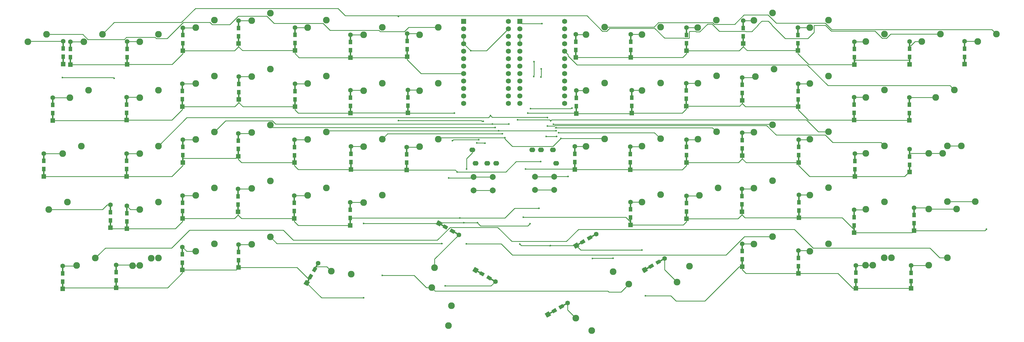
<source format=gbr>
G04 #@! TF.GenerationSoftware,KiCad,Pcbnew,(5.1.0)-1*
G04 #@! TF.CreationDate,2019-07-24T11:11:35-04:00*
G04 #@! TF.ProjectId,ogre,6f677265-2e6b-4696-9361-645f70636258,1.0*
G04 #@! TF.SameCoordinates,Original*
G04 #@! TF.FileFunction,Copper,L1,Top*
G04 #@! TF.FilePolarity,Positive*
%FSLAX46Y46*%
G04 Gerber Fmt 4.6, Leading zero omitted, Abs format (unit mm)*
G04 Created by KiCad (PCBNEW (5.1.0)-1) date 2019-07-24 11:11:35*
%MOMM*%
%LPD*%
G04 APERTURE LIST*
%ADD10C,2.286000*%
%ADD11O,2.000000X1.600000*%
%ADD12C,1.752600*%
%ADD13R,1.752600X1.752600*%
%ADD14C,2.000000*%
%ADD15R,1.600000X1.600000*%
%ADD16C,1.600000*%
%ADD17R,0.500000X2.900000*%
%ADD18R,1.200000X1.600000*%
%ADD19C,0.100000*%
%ADD20C,0.500000*%
%ADD21C,1.200000*%
%ADD22C,0.600000*%
%ADD23C,0.250000*%
G04 APERTURE END LIST*
D10*
X245243000Y-73052000D03*
X251593000Y-70512000D03*
X50570000Y-56470000D03*
X56920000Y-53930000D03*
D11*
X210930000Y-74290000D03*
X207930000Y-74290000D03*
X214930000Y-74290000D03*
X216030000Y-78890000D03*
X192630000Y-78840000D03*
X195630000Y-78840000D03*
X188630000Y-78840000D03*
X187530000Y-74240000D03*
D10*
X342900000Y-75430000D03*
X349250000Y-72890000D03*
X169540000Y-54095000D03*
X175890000Y-51555000D03*
D12*
X199820000Y-30480000D03*
X184580000Y-58420000D03*
X199820000Y-33020000D03*
X199820000Y-35560000D03*
X199820000Y-38100000D03*
X199820000Y-40640000D03*
X199820000Y-43180000D03*
X199820000Y-45720000D03*
X199820000Y-48260000D03*
X199820000Y-50800000D03*
X199820000Y-53340000D03*
X199820000Y-55880000D03*
X199820000Y-58420000D03*
X184580000Y-55880000D03*
X184580000Y-53340000D03*
X184580000Y-50800000D03*
X184580000Y-48260000D03*
X184580000Y-45720000D03*
X184580000Y-43180000D03*
X184580000Y-40640000D03*
X184580000Y-38100000D03*
X184580000Y-35560000D03*
X184580000Y-33020000D03*
D13*
X184580000Y-30480000D03*
D10*
X48096000Y-75526000D03*
X54446000Y-72986000D03*
X179415295Y-134149557D03*
X180390591Y-127380295D03*
X174674705Y-114420443D03*
X173699409Y-121189705D03*
X93340000Y-32665000D03*
X99690000Y-30125000D03*
X74290000Y-37426000D03*
X80640000Y-34886000D03*
X55240000Y-37426000D03*
X61590000Y-34886000D03*
X36190000Y-37456000D03*
X42540000Y-34916000D03*
D12*
X218910000Y-30480000D03*
X203670000Y-58420000D03*
X218910000Y-33020000D03*
X218910000Y-35560000D03*
X218910000Y-38100000D03*
X218910000Y-40640000D03*
X218910000Y-43180000D03*
X218910000Y-45720000D03*
X218910000Y-48260000D03*
X218910000Y-50800000D03*
X218910000Y-53340000D03*
X218910000Y-55880000D03*
X218910000Y-58420000D03*
X203670000Y-55880000D03*
X203670000Y-53340000D03*
X203670000Y-50800000D03*
X203670000Y-48260000D03*
X203670000Y-45720000D03*
X203670000Y-43180000D03*
X203670000Y-40640000D03*
X203670000Y-38100000D03*
X203670000Y-35560000D03*
X203670000Y-33020000D03*
D13*
X203670000Y-30480000D03*
D14*
X215380000Y-83400000D03*
X215380000Y-87900000D03*
X208880000Y-83400000D03*
X208880000Y-87900000D03*
X194490000Y-83540000D03*
X194490000Y-88040000D03*
X187990000Y-83540000D03*
X187990000Y-88040000D03*
D10*
X71860000Y-113720000D03*
X78210000Y-111180000D03*
X323850000Y-113580000D03*
X330200000Y-111040000D03*
X342880000Y-94420000D03*
X349230000Y-91880000D03*
X359543000Y-37338000D03*
X365893000Y-34798000D03*
X352404000Y-94472000D03*
X358754000Y-91932000D03*
X321443000Y-94494000D03*
X327793000Y-91954000D03*
X74290000Y-94576000D03*
X80640000Y-92036000D03*
X43360000Y-94576000D03*
X49710000Y-92036000D03*
X112390000Y-30283000D03*
X118740000Y-27743000D03*
X131440000Y-32664000D03*
X137790000Y-30124000D03*
X150490000Y-35045000D03*
X156840000Y-32505000D03*
X169540000Y-35045000D03*
X175890000Y-32505000D03*
X226193000Y-34957000D03*
X232543000Y-32417000D03*
X245243000Y-34957000D03*
X251593000Y-32417000D03*
X264240000Y-32588000D03*
X270590000Y-30048000D03*
X283343000Y-30184000D03*
X289693000Y-27644000D03*
X302393000Y-32588000D03*
X308743000Y-30048000D03*
X321443000Y-37338000D03*
X327793000Y-34798000D03*
X340493000Y-37338000D03*
X346843000Y-34798000D03*
X74290000Y-56476000D03*
X80640000Y-53936000D03*
X93340000Y-51714000D03*
X99690000Y-49174000D03*
X112390000Y-49333000D03*
X118740000Y-46793000D03*
X131440000Y-51714000D03*
X137790000Y-49174000D03*
X150490000Y-54095000D03*
X156840000Y-51555000D03*
X226193000Y-54015000D03*
X232543000Y-51475000D03*
X245243000Y-54004000D03*
X251593000Y-51464000D03*
X264293000Y-51623000D03*
X270643000Y-49083000D03*
X283840000Y-49333000D03*
X290190000Y-46793000D03*
X302393000Y-51634000D03*
X308743000Y-49094000D03*
X321443000Y-56400000D03*
X327793000Y-53860000D03*
X345256000Y-56385000D03*
X351606000Y-53845000D03*
X74290000Y-75526000D03*
X80640000Y-72986000D03*
X93340000Y-70764000D03*
X99690000Y-68224000D03*
X112390000Y-68383000D03*
X118740000Y-65843000D03*
X131440000Y-70764000D03*
X137790000Y-68224000D03*
X150490000Y-73145000D03*
X156840000Y-70605000D03*
X169540000Y-73145000D03*
X175890000Y-70605000D03*
X226193000Y-73060000D03*
X232543000Y-70520000D03*
X264293000Y-70671000D03*
X270643000Y-68131000D03*
X283343000Y-68309000D03*
X289693000Y-65769000D03*
X302393000Y-70677000D03*
X308743000Y-68137000D03*
X321443000Y-75438000D03*
X327793000Y-72898000D03*
X347637000Y-75430000D03*
X353987000Y-72890000D03*
X93340000Y-89814000D03*
X99690000Y-87274000D03*
X112390000Y-87433000D03*
X118740000Y-84893000D03*
X131440000Y-89814000D03*
X137790000Y-87274000D03*
X150490000Y-92195000D03*
X156840000Y-89655000D03*
X245243000Y-92076000D03*
X251593000Y-89536000D03*
X264790000Y-89814000D03*
X271140000Y-87274000D03*
X283343000Y-87338000D03*
X289693000Y-84798000D03*
X302393000Y-89720000D03*
X308743000Y-87180000D03*
X52858000Y-113626000D03*
X59208000Y-111086000D03*
X74290000Y-113626000D03*
X80640000Y-111086000D03*
X93340000Y-108864000D03*
X99690000Y-106324000D03*
X112390000Y-106483000D03*
X118740000Y-103943000D03*
X139550443Y-115615295D03*
X146319705Y-116590591D03*
X222784705Y-131580443D03*
X228159409Y-135809705D03*
X235434705Y-115800443D03*
X240809409Y-120029705D03*
X257210443Y-119285295D03*
X261439705Y-113910591D03*
X283343000Y-106391000D03*
X289693000Y-103851000D03*
X302393000Y-108784000D03*
X308743000Y-106244000D03*
X321374000Y-113535000D03*
X327724000Y-110995000D03*
X342875000Y-113550000D03*
X349225000Y-111010000D03*
D15*
X64360000Y-100800000D03*
D16*
X64360000Y-93000000D03*
D17*
X64360000Y-99400000D03*
D18*
X64360000Y-98300000D03*
X64360000Y-95500000D03*
D17*
X64360000Y-94400000D03*
D16*
X188632501Y-115240000D03*
D19*
G36*
X189725321Y-114947180D02*
G01*
X188925321Y-116332820D01*
X187539681Y-115532820D01*
X188339681Y-114147180D01*
X189725321Y-114947180D01*
X189725321Y-114947180D01*
G37*
D16*
X195387499Y-119140000D03*
D20*
X189844936Y-115940000D03*
D19*
G36*
X191225673Y-116448494D02*
G01*
X190975673Y-116881506D01*
X188464199Y-115431506D01*
X188714199Y-114998494D01*
X191225673Y-116448494D01*
X191225673Y-116448494D01*
G37*
D21*
X190797564Y-116490000D03*
D19*
G36*
X191790384Y-116370385D02*
G01*
X191190384Y-117409615D01*
X189804744Y-116609615D01*
X190404744Y-115570385D01*
X191790384Y-116370385D01*
X191790384Y-116370385D01*
G37*
D21*
X193222436Y-117890000D03*
D19*
G36*
X194215256Y-117770385D02*
G01*
X193615256Y-118809615D01*
X192229616Y-118009615D01*
X192829616Y-116970385D01*
X194215256Y-117770385D01*
X194215256Y-117770385D01*
G37*
D20*
X194175064Y-118440000D03*
D19*
G36*
X195555801Y-118948494D02*
G01*
X195305801Y-119381506D01*
X192794327Y-117931506D01*
X193044327Y-117498494D01*
X195555801Y-118948494D01*
X195555801Y-118948494D01*
G37*
D16*
X131170000Y-119627499D03*
D19*
G36*
X130877180Y-118534679D02*
G01*
X132262820Y-119334679D01*
X131462820Y-120720319D01*
X130077180Y-119920319D01*
X130877180Y-118534679D01*
X130877180Y-118534679D01*
G37*
D16*
X135070000Y-112872501D03*
D20*
X131870000Y-118415064D03*
D19*
G36*
X132378494Y-117034327D02*
G01*
X132811506Y-117284327D01*
X131361506Y-119795801D01*
X130928494Y-119545801D01*
X132378494Y-117034327D01*
X132378494Y-117034327D01*
G37*
D21*
X132420000Y-117462436D03*
D19*
G36*
X132300385Y-116469616D02*
G01*
X133339615Y-117069616D01*
X132539615Y-118455256D01*
X131500385Y-117855256D01*
X132300385Y-116469616D01*
X132300385Y-116469616D01*
G37*
D21*
X133820000Y-115037564D03*
D19*
G36*
X133700385Y-114044744D02*
G01*
X134739615Y-114644744D01*
X133939615Y-116030384D01*
X132900385Y-115430384D01*
X133700385Y-114044744D01*
X133700385Y-114044744D01*
G37*
D20*
X134370000Y-114084936D03*
D19*
G36*
X134878494Y-112704199D02*
G01*
X135311506Y-112954199D01*
X133861506Y-115465673D01*
X133428494Y-115215673D01*
X134878494Y-112704199D01*
X134878494Y-112704199D01*
G37*
D15*
X50710000Y-45220000D03*
D16*
X50710000Y-37420000D03*
D17*
X50710000Y-43820000D03*
D18*
X50710000Y-42720000D03*
X50710000Y-39920000D03*
D17*
X50710000Y-38820000D03*
D15*
X69990000Y-45180000D03*
D16*
X69990000Y-37380000D03*
D17*
X69990000Y-43780000D03*
D18*
X69990000Y-42680000D03*
X69990000Y-39880000D03*
D17*
X69990000Y-38780000D03*
D15*
X88950000Y-40500000D03*
D16*
X88950000Y-32700000D03*
D17*
X88950000Y-39100000D03*
D18*
X88950000Y-38000000D03*
X88950000Y-35200000D03*
D17*
X88950000Y-34100000D03*
D15*
X107980000Y-38080000D03*
D16*
X107980000Y-30280000D03*
D17*
X107980000Y-36680000D03*
D18*
X107980000Y-35580000D03*
X107980000Y-32780000D03*
D17*
X107980000Y-31680000D03*
D15*
X127130000Y-40410000D03*
D16*
X127130000Y-32610000D03*
D17*
X127130000Y-39010000D03*
D18*
X127130000Y-37910000D03*
X127130000Y-35110000D03*
D17*
X127130000Y-34010000D03*
D15*
X146030000Y-42850000D03*
D16*
X146030000Y-35050000D03*
D17*
X146030000Y-41450000D03*
D18*
X146030000Y-40350000D03*
X146030000Y-37550000D03*
D17*
X146030000Y-36450000D03*
D15*
X165340000Y-42490000D03*
D16*
X165340000Y-34690000D03*
D17*
X165340000Y-41090000D03*
D18*
X165340000Y-39990000D03*
X165340000Y-37190000D03*
D17*
X165340000Y-36090000D03*
D15*
X222760000Y-42750000D03*
D16*
X222760000Y-34950000D03*
D17*
X222760000Y-41350000D03*
D18*
X222760000Y-40250000D03*
X222760000Y-37450000D03*
D17*
X222760000Y-36350000D03*
D15*
X241460000Y-42750000D03*
D16*
X241460000Y-34950000D03*
D17*
X241460000Y-41350000D03*
D18*
X241460000Y-40250000D03*
X241460000Y-37450000D03*
D17*
X241460000Y-36350000D03*
D15*
X260400000Y-40460000D03*
D16*
X260400000Y-32660000D03*
D17*
X260400000Y-39060000D03*
D18*
X260400000Y-37960000D03*
X260400000Y-35160000D03*
D17*
X260400000Y-34060000D03*
D15*
X279730000Y-38070000D03*
D16*
X279730000Y-30270000D03*
D17*
X279730000Y-36670000D03*
D18*
X279730000Y-35570000D03*
X279730000Y-32770000D03*
D17*
X279730000Y-31670000D03*
D15*
X317560000Y-45230000D03*
D16*
X317560000Y-37430000D03*
D17*
X317560000Y-43830000D03*
D18*
X317560000Y-42730000D03*
X317560000Y-39930000D03*
D17*
X317560000Y-38830000D03*
D15*
X336360000Y-45150000D03*
D16*
X336360000Y-37350000D03*
D17*
X336360000Y-43750000D03*
D18*
X336360000Y-42650000D03*
X336360000Y-39850000D03*
D17*
X336360000Y-38750000D03*
D15*
X44660000Y-64270000D03*
D16*
X44660000Y-56470000D03*
D17*
X44660000Y-62870000D03*
D18*
X44660000Y-61770000D03*
X44660000Y-58970000D03*
D17*
X44660000Y-57870000D03*
D15*
X69840000Y-64140000D03*
D16*
X69840000Y-56340000D03*
D17*
X69840000Y-62740000D03*
D18*
X69840000Y-61640000D03*
X69840000Y-58840000D03*
D17*
X69840000Y-57740000D03*
D15*
X88840000Y-59520000D03*
D16*
X88840000Y-51720000D03*
D17*
X88840000Y-58120000D03*
D18*
X88840000Y-57020000D03*
X88840000Y-54220000D03*
D17*
X88840000Y-53120000D03*
D15*
X108020000Y-57110000D03*
D16*
X108020000Y-49310000D03*
D17*
X108020000Y-55710000D03*
D18*
X108020000Y-54610000D03*
X108020000Y-51810000D03*
D17*
X108020000Y-50710000D03*
D15*
X127130000Y-59570000D03*
D16*
X127130000Y-51770000D03*
D17*
X127130000Y-58170000D03*
D18*
X127130000Y-57070000D03*
X127130000Y-54270000D03*
D17*
X127130000Y-53170000D03*
D15*
X146030000Y-61760000D03*
D16*
X146030000Y-53960000D03*
D17*
X146030000Y-60360000D03*
D18*
X146030000Y-59260000D03*
X146030000Y-56460000D03*
D17*
X146030000Y-55360000D03*
D15*
X165640000Y-61690000D03*
D16*
X165640000Y-53890000D03*
D17*
X165640000Y-60290000D03*
D18*
X165640000Y-59190000D03*
X165640000Y-56390000D03*
D17*
X165640000Y-55290000D03*
D15*
X222950000Y-61880000D03*
D16*
X222950000Y-54080000D03*
D17*
X222950000Y-60480000D03*
D18*
X222950000Y-59380000D03*
X222950000Y-56580000D03*
D17*
X222950000Y-55480000D03*
D15*
X241770000Y-61790000D03*
D16*
X241770000Y-53990000D03*
D17*
X241770000Y-60390000D03*
D18*
X241770000Y-59290000D03*
X241770000Y-56490000D03*
D17*
X241770000Y-55390000D03*
D15*
X260360000Y-59350000D03*
D16*
X260360000Y-51550000D03*
D17*
X260360000Y-57950000D03*
D18*
X260360000Y-56850000D03*
X260360000Y-54050000D03*
D17*
X260360000Y-52950000D03*
D15*
X279420000Y-57410000D03*
D16*
X279420000Y-49610000D03*
D17*
X279420000Y-56010000D03*
D18*
X279420000Y-54910000D03*
X279420000Y-52110000D03*
D17*
X279420000Y-51010000D03*
D15*
X298420000Y-59570000D03*
D16*
X298420000Y-51770000D03*
D17*
X298420000Y-58170000D03*
D18*
X298420000Y-57070000D03*
X298420000Y-54270000D03*
D17*
X298420000Y-53170000D03*
D15*
X317500000Y-64140000D03*
D16*
X317500000Y-56340000D03*
D17*
X317500000Y-62740000D03*
D18*
X317500000Y-61640000D03*
X317500000Y-58840000D03*
D17*
X317500000Y-57740000D03*
D15*
X336330000Y-64210000D03*
D16*
X336330000Y-56410000D03*
D17*
X336330000Y-62810000D03*
D18*
X336330000Y-61710000D03*
X336330000Y-58910000D03*
D17*
X336330000Y-57810000D03*
D15*
X41630000Y-83320000D03*
D16*
X41630000Y-75520000D03*
D17*
X41630000Y-81920000D03*
D18*
X41630000Y-80820000D03*
X41630000Y-78020000D03*
D17*
X41630000Y-76920000D03*
D15*
X69880000Y-83330000D03*
D16*
X69880000Y-75530000D03*
D17*
X69880000Y-81930000D03*
D18*
X69880000Y-80830000D03*
X69880000Y-78030000D03*
D17*
X69880000Y-76930000D03*
D15*
X88950000Y-78590000D03*
D16*
X88950000Y-70790000D03*
D17*
X88950000Y-77190000D03*
D18*
X88950000Y-76090000D03*
X88950000Y-73290000D03*
D17*
X88950000Y-72190000D03*
D15*
X107830000Y-76460000D03*
D16*
X107830000Y-68660000D03*
D17*
X107830000Y-75060000D03*
D18*
X107830000Y-73960000D03*
X107830000Y-71160000D03*
D17*
X107830000Y-70060000D03*
D15*
X126960000Y-78610000D03*
D16*
X126960000Y-70810000D03*
D17*
X126960000Y-77210000D03*
D18*
X126960000Y-76110000D03*
X126960000Y-73310000D03*
D17*
X126960000Y-72210000D03*
D15*
X146240000Y-80930000D03*
D16*
X146240000Y-73130000D03*
D17*
X146240000Y-79530000D03*
D18*
X146240000Y-78430000D03*
X146240000Y-75630000D03*
D17*
X146240000Y-74530000D03*
D15*
X165150000Y-81140000D03*
D16*
X165150000Y-73340000D03*
D17*
X165150000Y-79740000D03*
D18*
X165150000Y-78640000D03*
X165150000Y-75840000D03*
D17*
X165150000Y-74740000D03*
D15*
X222370000Y-80930000D03*
D16*
X222370000Y-73130000D03*
D17*
X222370000Y-79530000D03*
D18*
X222370000Y-78430000D03*
X222370000Y-75630000D03*
D17*
X222370000Y-74530000D03*
D15*
X241280000Y-81020000D03*
D16*
X241280000Y-73220000D03*
D17*
X241280000Y-79620000D03*
D18*
X241280000Y-78520000D03*
X241280000Y-75720000D03*
D17*
X241280000Y-74620000D03*
D15*
X260410000Y-78570000D03*
D16*
X260410000Y-70770000D03*
D17*
X260410000Y-77170000D03*
D18*
X260410000Y-76070000D03*
X260410000Y-73270000D03*
D17*
X260410000Y-72170000D03*
D15*
X279400000Y-76240000D03*
D16*
X279400000Y-68440000D03*
D17*
X279400000Y-74840000D03*
D18*
X279400000Y-73740000D03*
X279400000Y-70940000D03*
D17*
X279400000Y-69840000D03*
D15*
X298630000Y-78600000D03*
D16*
X298630000Y-70800000D03*
D17*
X298630000Y-77200000D03*
D18*
X298630000Y-76100000D03*
X298630000Y-73300000D03*
D17*
X298630000Y-72200000D03*
D15*
X317780000Y-83360000D03*
D16*
X317780000Y-75560000D03*
D17*
X317780000Y-81960000D03*
D18*
X317780000Y-80860000D03*
X317780000Y-78060000D03*
D17*
X317780000Y-76960000D03*
D15*
X336350000Y-81850000D03*
D16*
X336350000Y-74050000D03*
D17*
X336350000Y-80450000D03*
D18*
X336350000Y-79350000D03*
X336350000Y-76550000D03*
D17*
X336350000Y-75450000D03*
D15*
X69890000Y-101160000D03*
D16*
X69890000Y-93360000D03*
D17*
X69890000Y-99760000D03*
D18*
X69890000Y-98660000D03*
X69890000Y-95860000D03*
D17*
X69890000Y-94760000D03*
D15*
X88880000Y-97640000D03*
D16*
X88880000Y-89840000D03*
D17*
X88880000Y-96240000D03*
D18*
X88880000Y-95140000D03*
X88880000Y-92340000D03*
D17*
X88880000Y-91240000D03*
D15*
X107780000Y-95380000D03*
D16*
X107780000Y-87580000D03*
D17*
X107780000Y-93980000D03*
D18*
X107780000Y-92880000D03*
X107780000Y-90080000D03*
D17*
X107780000Y-88980000D03*
D15*
X126940000Y-97640000D03*
D16*
X126940000Y-89840000D03*
D17*
X126940000Y-96240000D03*
D18*
X126940000Y-95140000D03*
X126940000Y-92340000D03*
D17*
X126940000Y-91240000D03*
D15*
X145960000Y-99980000D03*
D16*
X145960000Y-92180000D03*
D17*
X145960000Y-98580000D03*
D18*
X145960000Y-97480000D03*
X145960000Y-94680000D03*
D17*
X145960000Y-93580000D03*
D15*
X48280000Y-45050000D03*
D16*
X48280000Y-37250000D03*
D17*
X48280000Y-43650000D03*
D18*
X48280000Y-42550000D03*
X48280000Y-39750000D03*
D17*
X48280000Y-38650000D03*
D15*
X355090000Y-45080000D03*
D16*
X355090000Y-37280000D03*
D17*
X355090000Y-43680000D03*
D18*
X355090000Y-42580000D03*
X355090000Y-39780000D03*
D17*
X355090000Y-38680000D03*
D15*
X241350000Y-99850000D03*
D16*
X241350000Y-92050000D03*
D17*
X241350000Y-98450000D03*
D18*
X241350000Y-97350000D03*
X241350000Y-94550000D03*
D17*
X241350000Y-93450000D03*
D15*
X260410000Y-97740000D03*
D16*
X260410000Y-89940000D03*
D17*
X260410000Y-96340000D03*
D18*
X260410000Y-95240000D03*
X260410000Y-92440000D03*
D17*
X260410000Y-91340000D03*
D15*
X279330000Y-95350000D03*
D16*
X279330000Y-87550000D03*
D17*
X279330000Y-93950000D03*
D18*
X279330000Y-92850000D03*
X279330000Y-90050000D03*
D17*
X279330000Y-88950000D03*
D15*
X298690000Y-97430000D03*
D16*
X298690000Y-89630000D03*
D17*
X298690000Y-96030000D03*
D18*
X298690000Y-94930000D03*
X298690000Y-92130000D03*
D17*
X298690000Y-91030000D03*
D15*
X317470000Y-102490000D03*
D16*
X317470000Y-94690000D03*
D17*
X317470000Y-101090000D03*
D18*
X317470000Y-99990000D03*
X317470000Y-97190000D03*
D17*
X317470000Y-96090000D03*
D15*
X337900000Y-101770000D03*
D16*
X337900000Y-93970000D03*
D17*
X337900000Y-100370000D03*
D18*
X337900000Y-99270000D03*
X337900000Y-96470000D03*
D17*
X337900000Y-95370000D03*
D15*
X48100000Y-121630000D03*
D16*
X48100000Y-113830000D03*
D17*
X48100000Y-120230000D03*
D18*
X48100000Y-119130000D03*
X48100000Y-116330000D03*
D17*
X48100000Y-115230000D03*
D15*
X66260000Y-121240000D03*
D16*
X66260000Y-113440000D03*
D17*
X66260000Y-119840000D03*
D18*
X66260000Y-118740000D03*
X66260000Y-115940000D03*
D17*
X66260000Y-114840000D03*
D15*
X88840000Y-115180000D03*
D16*
X88840000Y-107380000D03*
D17*
X88840000Y-113780000D03*
D18*
X88840000Y-112680000D03*
X88840000Y-109880000D03*
D17*
X88840000Y-108780000D03*
D15*
X107970000Y-114350000D03*
D16*
X107970000Y-106550000D03*
D17*
X107970000Y-112950000D03*
D18*
X107970000Y-111850000D03*
X107970000Y-109050000D03*
D17*
X107970000Y-107950000D03*
D16*
X176172501Y-99300000D03*
D19*
G36*
X177265321Y-99007180D02*
G01*
X176465321Y-100392820D01*
X175079681Y-99592820D01*
X175879681Y-98207180D01*
X177265321Y-99007180D01*
X177265321Y-99007180D01*
G37*
D16*
X182927499Y-103200000D03*
D20*
X177384936Y-100000000D03*
D19*
G36*
X178765673Y-100508494D02*
G01*
X178515673Y-100941506D01*
X176004199Y-99491506D01*
X176254199Y-99058494D01*
X178765673Y-100508494D01*
X178765673Y-100508494D01*
G37*
D21*
X178337564Y-100550000D03*
D19*
G36*
X179330384Y-100430385D02*
G01*
X178730384Y-101469615D01*
X177344744Y-100669615D01*
X177944744Y-99630385D01*
X179330384Y-100430385D01*
X179330384Y-100430385D01*
G37*
D21*
X180762436Y-101950000D03*
D19*
G36*
X181755256Y-101830385D02*
G01*
X181155256Y-102869615D01*
X179769616Y-102069615D01*
X180369616Y-101030385D01*
X181755256Y-101830385D01*
X181755256Y-101830385D01*
G37*
D20*
X181715064Y-102500000D03*
D19*
G36*
X183095801Y-103008494D02*
G01*
X182845801Y-103441506D01*
X180334327Y-101991506D01*
X180584327Y-101558494D01*
X183095801Y-103008494D01*
X183095801Y-103008494D01*
G37*
D16*
X213242501Y-130340000D03*
D19*
G36*
X213535321Y-129247180D02*
G01*
X214335321Y-130632820D01*
X212949681Y-131432820D01*
X212149681Y-130047180D01*
X213535321Y-129247180D01*
X213535321Y-129247180D01*
G37*
D16*
X219997499Y-126440000D03*
D20*
X214454936Y-129640000D03*
D19*
G36*
X215585673Y-128698494D02*
G01*
X215835673Y-129131506D01*
X213324199Y-130581506D01*
X213074199Y-130148494D01*
X215585673Y-128698494D01*
X215585673Y-128698494D01*
G37*
D21*
X215407564Y-129090000D03*
D19*
G36*
X215800384Y-128170385D02*
G01*
X216400384Y-129209615D01*
X215014744Y-130009615D01*
X214414744Y-128970385D01*
X215800384Y-128170385D01*
X215800384Y-128170385D01*
G37*
D21*
X217832436Y-127690000D03*
D19*
G36*
X218225256Y-126770385D02*
G01*
X218825256Y-127809615D01*
X217439616Y-128609615D01*
X216839616Y-127570385D01*
X218225256Y-126770385D01*
X218225256Y-126770385D01*
G37*
D20*
X218785064Y-127140000D03*
D19*
G36*
X219915801Y-126198494D02*
G01*
X220165801Y-126631506D01*
X217654327Y-128081506D01*
X217404327Y-127648494D01*
X219915801Y-126198494D01*
X219915801Y-126198494D01*
G37*
D16*
X222902501Y-106880000D03*
D19*
G36*
X223195321Y-105787180D02*
G01*
X223995321Y-107172820D01*
X222609681Y-107972820D01*
X221809681Y-106587180D01*
X223195321Y-105787180D01*
X223195321Y-105787180D01*
G37*
D16*
X229657499Y-102980000D03*
D20*
X224114936Y-106180000D03*
D19*
G36*
X225245673Y-105238494D02*
G01*
X225495673Y-105671506D01*
X222984199Y-107121506D01*
X222734199Y-106688494D01*
X225245673Y-105238494D01*
X225245673Y-105238494D01*
G37*
D21*
X225067564Y-105630000D03*
D19*
G36*
X225460384Y-104710385D02*
G01*
X226060384Y-105749615D01*
X224674744Y-106549615D01*
X224074744Y-105510385D01*
X225460384Y-104710385D01*
X225460384Y-104710385D01*
G37*
D21*
X227492436Y-104230000D03*
D19*
G36*
X227885256Y-103310385D02*
G01*
X228485256Y-104349615D01*
X227099616Y-105149615D01*
X226499616Y-104110385D01*
X227885256Y-103310385D01*
X227885256Y-103310385D01*
G37*
D20*
X228445064Y-103680000D03*
D19*
G36*
X229575801Y-102738494D02*
G01*
X229825801Y-103171506D01*
X227314327Y-104621506D01*
X227064327Y-104188494D01*
X229575801Y-102738494D01*
X229575801Y-102738494D01*
G37*
D16*
X246242501Y-115150000D03*
D19*
G36*
X246535321Y-114057180D02*
G01*
X247335321Y-115442820D01*
X245949681Y-116242820D01*
X245149681Y-114857180D01*
X246535321Y-114057180D01*
X246535321Y-114057180D01*
G37*
D16*
X252997499Y-111250000D03*
D20*
X247454936Y-114450000D03*
D19*
G36*
X248585673Y-113508494D02*
G01*
X248835673Y-113941506D01*
X246324199Y-115391506D01*
X246074199Y-114958494D01*
X248585673Y-113508494D01*
X248585673Y-113508494D01*
G37*
D21*
X248407564Y-113900000D03*
D19*
G36*
X248800384Y-112980385D02*
G01*
X249400384Y-114019615D01*
X248014744Y-114819615D01*
X247414744Y-113780385D01*
X248800384Y-112980385D01*
X248800384Y-112980385D01*
G37*
D21*
X250832436Y-112500000D03*
D19*
G36*
X251225256Y-111580385D02*
G01*
X251825256Y-112619615D01*
X250439616Y-113419615D01*
X249839616Y-112380385D01*
X251225256Y-111580385D01*
X251225256Y-111580385D01*
G37*
D20*
X251785064Y-111950000D03*
D19*
G36*
X252915801Y-111008494D02*
G01*
X253165801Y-111441506D01*
X250654327Y-112891506D01*
X250404327Y-112458494D01*
X252915801Y-111008494D01*
X252915801Y-111008494D01*
G37*
D15*
X279410000Y-114070000D03*
D16*
X279410000Y-106270000D03*
D17*
X279410000Y-112670000D03*
D18*
X279410000Y-111570000D03*
X279410000Y-108770000D03*
D17*
X279410000Y-107670000D03*
D15*
X298540000Y-116380000D03*
D16*
X298540000Y-108580000D03*
D17*
X298540000Y-114980000D03*
D18*
X298540000Y-113880000D03*
X298540000Y-111080000D03*
D17*
X298540000Y-109980000D03*
D15*
X318100000Y-121440000D03*
D16*
X318100000Y-113640000D03*
D17*
X318100000Y-120040000D03*
D18*
X318100000Y-118940000D03*
X318100000Y-116140000D03*
D17*
X318100000Y-115040000D03*
D15*
X336850000Y-121470000D03*
D16*
X336850000Y-113670000D03*
D17*
X336850000Y-120070000D03*
D18*
X336850000Y-118970000D03*
X336850000Y-116170000D03*
D17*
X336850000Y-115070000D03*
D15*
X298320000Y-40440000D03*
D16*
X298320000Y-32640000D03*
D17*
X298320000Y-39040000D03*
D18*
X298320000Y-37940000D03*
X298320000Y-35140000D03*
D17*
X298320000Y-34040000D03*
D22*
X210930000Y-49490000D03*
X210950000Y-46660000D03*
X211249999Y-31279999D03*
X207320000Y-60240000D03*
X221470000Y-60070000D03*
X181470000Y-61780000D03*
X208460000Y-49340000D03*
X208510000Y-44210000D03*
X206410000Y-61770000D03*
X182380000Y-81780000D03*
X210840000Y-78280000D03*
X205604999Y-80835001D03*
X48030000Y-49620000D03*
X65610000Y-49890000D03*
X183290000Y-97490000D03*
X210230000Y-94210000D03*
X362519001Y-101249001D03*
X204871301Y-97248699D03*
X150500000Y-99300000D03*
X150530000Y-124690000D03*
X189270000Y-99120000D03*
X184620000Y-99120000D03*
X207170000Y-99420000D03*
X178272296Y-120612296D03*
X214090000Y-106880000D03*
X203670000Y-106360000D03*
X246470000Y-124010000D03*
X245237890Y-108387890D03*
X235434705Y-111174705D03*
X228445064Y-111295064D03*
X191260000Y-64560000D03*
X162370000Y-64270000D03*
X162370000Y-28810000D03*
X213084999Y-66155001D03*
X193669990Y-62630010D03*
X213070000Y-63300000D03*
X214220000Y-64340000D03*
X194390000Y-65510000D03*
X200010000Y-65510000D03*
X202970000Y-64010000D03*
X215150000Y-65530000D03*
X195360000Y-66660000D03*
X177100000Y-106190000D03*
X185470000Y-106310000D03*
X216080000Y-66730000D03*
X196510000Y-67800000D03*
X216090000Y-67790000D03*
X156840000Y-117010000D03*
X216910000Y-68440000D03*
X197750000Y-68760000D03*
X217708699Y-70371301D03*
X198618699Y-70111301D03*
X187000000Y-40520000D03*
X185600000Y-80810000D03*
X216220000Y-69690000D03*
X212700000Y-69690000D03*
X189750000Y-70810000D03*
X180780000Y-71160000D03*
X179460000Y-83830000D03*
X220111301Y-83298699D03*
X191885000Y-71955000D03*
X189030000Y-71890000D03*
D23*
X55234000Y-37420000D02*
X55240000Y-37426000D01*
X50710000Y-37420000D02*
X55234000Y-37420000D01*
X165140000Y-42490000D02*
X165340000Y-42490000D01*
X164780000Y-42850000D02*
X165140000Y-42490000D01*
X146030000Y-42850000D02*
X164780000Y-42850000D01*
X127130000Y-41460000D02*
X127130000Y-40410000D01*
X128520000Y-42850000D02*
X127130000Y-41460000D01*
X146030000Y-42850000D02*
X128520000Y-42850000D01*
X109260000Y-40410000D02*
X107980000Y-39130000D01*
X127130000Y-40410000D02*
X109260000Y-40410000D01*
X107980000Y-39130000D02*
X107980000Y-38080000D01*
X106610000Y-40500000D02*
X107980000Y-39130000D01*
X88950000Y-40500000D02*
X106610000Y-40500000D01*
X88950000Y-41550000D02*
X88950000Y-40500000D01*
X85320000Y-45180000D02*
X88950000Y-41550000D01*
X69990000Y-45180000D02*
X85320000Y-45180000D01*
X69950000Y-45220000D02*
X69990000Y-45180000D01*
X50710000Y-45220000D02*
X69950000Y-45220000D01*
X165340000Y-43540000D02*
X165340000Y-42490000D01*
X170060000Y-48260000D02*
X165340000Y-43540000D01*
X184580000Y-48260000D02*
X170060000Y-48260000D01*
X210930000Y-49065736D02*
X210950000Y-49045736D01*
X210930000Y-49490000D02*
X210930000Y-49065736D01*
X210950000Y-49045736D02*
X210950000Y-46660000D01*
X210950000Y-46660000D02*
X210950000Y-46660000D01*
X204469999Y-31279999D02*
X203670000Y-30480000D01*
X211249999Y-31279999D02*
X204469999Y-31279999D01*
X74244000Y-37380000D02*
X74290000Y-37426000D01*
X69990000Y-37380000D02*
X74244000Y-37380000D01*
X93305000Y-32700000D02*
X93340000Y-32665000D01*
X88950000Y-32700000D02*
X93305000Y-32700000D01*
X112387000Y-30280000D02*
X112390000Y-30283000D01*
X107980000Y-30280000D02*
X112387000Y-30280000D01*
X131386000Y-32610000D02*
X131440000Y-32664000D01*
X127130000Y-32610000D02*
X131386000Y-32610000D01*
X150485000Y-35050000D02*
X150490000Y-35045000D01*
X146030000Y-35050000D02*
X150485000Y-35050000D01*
X169185000Y-34690000D02*
X169540000Y-35045000D01*
X165340000Y-34690000D02*
X169185000Y-34690000D01*
X317560000Y-44180000D02*
X317560000Y-45230000D01*
X317990000Y-43750000D02*
X317560000Y-44180000D01*
X336360000Y-43750000D02*
X317990000Y-43750000D01*
X298320000Y-41490000D02*
X298320000Y-40440000D01*
X302060000Y-45230000D02*
X298320000Y-41490000D01*
X317560000Y-45230000D02*
X302060000Y-45230000D01*
X281050000Y-40440000D02*
X279730000Y-39120000D01*
X298320000Y-40440000D02*
X281050000Y-40440000D01*
X279730000Y-39120000D02*
X279730000Y-38070000D01*
X278390000Y-40460000D02*
X279730000Y-39120000D01*
X260400000Y-40460000D02*
X278390000Y-40460000D01*
X260400000Y-41510000D02*
X260400000Y-40460000D01*
X259160000Y-42750000D02*
X260400000Y-41510000D01*
X241460000Y-42750000D02*
X259160000Y-42750000D01*
X223810000Y-42750000D02*
X241460000Y-42750000D01*
X222760000Y-42750000D02*
X223810000Y-42750000D01*
X207744264Y-60240000D02*
X207784264Y-60200000D01*
X207320000Y-60240000D02*
X207744264Y-60240000D01*
X207784264Y-60200000D02*
X221080000Y-60200000D01*
X221080000Y-60200000D02*
X221080000Y-60200000D01*
X221210000Y-60070000D02*
X221080000Y-60200000D01*
X221470000Y-60070000D02*
X221210000Y-60070000D01*
X224576554Y-34957000D02*
X226193000Y-34957000D01*
X222953000Y-34957000D02*
X224576554Y-34957000D01*
X222760000Y-35150000D02*
X222953000Y-34957000D01*
X222760000Y-36350000D02*
X222760000Y-35150000D01*
X245236000Y-34950000D02*
X245243000Y-34957000D01*
X241460000Y-34950000D02*
X245236000Y-34950000D01*
X264168000Y-32660000D02*
X264240000Y-32588000D01*
X260400000Y-32660000D02*
X264168000Y-32660000D01*
X283257000Y-30270000D02*
X283343000Y-30184000D01*
X279730000Y-30270000D02*
X283257000Y-30270000D01*
X302341000Y-32640000D02*
X302393000Y-32588000D01*
X298320000Y-32640000D02*
X302341000Y-32640000D01*
X321351000Y-37430000D02*
X321443000Y-37338000D01*
X317560000Y-37430000D02*
X321351000Y-37430000D01*
X338876554Y-37338000D02*
X340493000Y-37338000D01*
X338272000Y-37338000D02*
X338876554Y-37338000D01*
X336860000Y-38750000D02*
X338272000Y-37338000D01*
X336360000Y-38750000D02*
X336860000Y-38750000D01*
X50471000Y-56470000D02*
X50477000Y-56476000D01*
X44660000Y-56470000D02*
X50471000Y-56470000D01*
X69710000Y-64270000D02*
X69840000Y-64140000D01*
X44660000Y-64270000D02*
X69710000Y-64270000D01*
X88840000Y-60570000D02*
X88840000Y-59520000D01*
X85270000Y-64140000D02*
X88840000Y-60570000D01*
X69840000Y-64140000D02*
X85270000Y-64140000D01*
X106660000Y-59520000D02*
X108020000Y-58160000D01*
X88840000Y-59520000D02*
X106660000Y-59520000D01*
X108020000Y-58160000D02*
X108020000Y-57110000D01*
X109430000Y-59570000D02*
X108020000Y-58160000D01*
X127130000Y-59570000D02*
X109430000Y-59570000D01*
X127130000Y-60620000D02*
X127130000Y-59570000D01*
X128270000Y-61760000D02*
X127130000Y-60620000D01*
X146030000Y-61760000D02*
X128270000Y-61760000D01*
X146100000Y-61690000D02*
X146030000Y-61760000D01*
X165640000Y-61690000D02*
X146100000Y-61690000D01*
X165730000Y-61780000D02*
X165640000Y-61690000D01*
X181470000Y-61780000D02*
X165730000Y-61780000D01*
X208460000Y-48915736D02*
X208510000Y-48865736D01*
X208460000Y-49340000D02*
X208460000Y-48915736D01*
X208510000Y-48865736D02*
X208510000Y-44210000D01*
X208510000Y-44210000D02*
X208510000Y-44210000D01*
X74154000Y-56340000D02*
X74290000Y-56476000D01*
X69840000Y-56340000D02*
X74154000Y-56340000D01*
X93334000Y-51720000D02*
X93340000Y-51714000D01*
X88840000Y-51720000D02*
X93334000Y-51720000D01*
X112367000Y-49310000D02*
X112390000Y-49333000D01*
X108020000Y-49310000D02*
X112367000Y-49310000D01*
X131384000Y-51770000D02*
X131440000Y-51714000D01*
X127130000Y-51770000D02*
X131384000Y-51770000D01*
X150355000Y-53960000D02*
X150490000Y-54095000D01*
X146030000Y-53960000D02*
X150355000Y-53960000D01*
X169335000Y-53890000D02*
X169540000Y-54095000D01*
X165640000Y-53890000D02*
X169335000Y-53890000D01*
X226128000Y-54080000D02*
X226193000Y-54015000D01*
X222950000Y-54080000D02*
X226128000Y-54080000D01*
X241680000Y-61880000D02*
X241770000Y-61790000D01*
X222950000Y-61880000D02*
X241680000Y-61880000D01*
X260360000Y-60400000D02*
X260360000Y-59350000D01*
X258970000Y-61790000D02*
X260360000Y-60400000D01*
X241770000Y-61790000D02*
X258970000Y-61790000D01*
X278530000Y-59350000D02*
X279420000Y-58460000D01*
X260360000Y-59350000D02*
X278530000Y-59350000D01*
X279420000Y-58460000D02*
X279420000Y-57410000D01*
X280530000Y-59570000D02*
X279420000Y-58460000D01*
X298420000Y-59570000D02*
X280530000Y-59570000D01*
X298420000Y-60620000D02*
X298420000Y-59570000D01*
X301940000Y-64140000D02*
X298420000Y-60620000D01*
X317500000Y-64140000D02*
X301940000Y-64140000D01*
X317570000Y-64210000D02*
X317500000Y-64140000D01*
X336330000Y-64210000D02*
X317570000Y-64210000D01*
X222840000Y-61770000D02*
X222950000Y-61880000D01*
X206410000Y-61770000D02*
X222840000Y-61770000D01*
X245229000Y-53990000D02*
X245243000Y-54004000D01*
X241770000Y-53990000D02*
X245229000Y-53990000D01*
X264220000Y-51550000D02*
X264293000Y-51623000D01*
X260360000Y-51550000D02*
X264220000Y-51550000D01*
X283563000Y-49610000D02*
X283840000Y-49333000D01*
X279420000Y-49610000D02*
X283563000Y-49610000D01*
X302257000Y-51770000D02*
X302393000Y-51634000D01*
X298420000Y-51770000D02*
X302257000Y-51770000D01*
X321383000Y-56340000D02*
X321443000Y-56400000D01*
X317500000Y-56340000D02*
X321383000Y-56340000D01*
X345231000Y-56410000D02*
X345256000Y-56385000D01*
X336330000Y-56410000D02*
X345231000Y-56410000D01*
X146450000Y-81140000D02*
X146240000Y-80930000D01*
X165150000Y-81140000D02*
X146450000Y-81140000D01*
X126960000Y-79660000D02*
X126960000Y-78610000D01*
X128230000Y-80930000D02*
X126960000Y-79660000D01*
X146240000Y-80930000D02*
X128230000Y-80930000D01*
X107830000Y-77510000D02*
X107830000Y-76460000D01*
X108930000Y-78610000D02*
X107830000Y-77510000D01*
X126960000Y-78610000D02*
X108930000Y-78610000D01*
X107630000Y-76460000D02*
X107830000Y-76460000D01*
X106900000Y-77190000D02*
X107630000Y-76460000D01*
X88950000Y-77190000D02*
X106900000Y-77190000D01*
X88950000Y-79640000D02*
X88950000Y-78590000D01*
X85260000Y-83330000D02*
X88950000Y-79640000D01*
X69880000Y-83330000D02*
X85260000Y-83330000D01*
X69870000Y-83320000D02*
X69880000Y-83330000D01*
X41630000Y-83320000D02*
X69870000Y-83320000D01*
X181740000Y-81140000D02*
X182380000Y-81780000D01*
X165150000Y-81140000D02*
X181740000Y-81140000D01*
X182804264Y-81780000D02*
X182380000Y-81780000D01*
X198948184Y-81780000D02*
X182804264Y-81780000D01*
X202448184Y-78280000D02*
X198948184Y-81780000D01*
X210840000Y-78280000D02*
X202448184Y-78280000D01*
X48090000Y-75520000D02*
X48096000Y-75526000D01*
X41630000Y-75520000D02*
X48090000Y-75520000D01*
X74286000Y-75530000D02*
X74290000Y-75526000D01*
X69880000Y-75530000D02*
X74286000Y-75530000D01*
X93314000Y-70790000D02*
X93340000Y-70764000D01*
X88950000Y-70790000D02*
X93314000Y-70790000D01*
X112113000Y-68660000D02*
X112390000Y-68383000D01*
X107830000Y-68660000D02*
X112113000Y-68660000D01*
X131394000Y-70810000D02*
X131440000Y-70764000D01*
X126960000Y-70810000D02*
X131394000Y-70810000D01*
X150475000Y-73130000D02*
X150490000Y-73145000D01*
X146240000Y-73130000D02*
X150475000Y-73130000D01*
X169345000Y-73340000D02*
X169540000Y-73145000D01*
X165150000Y-73340000D02*
X169345000Y-73340000D01*
X226123000Y-73130000D02*
X226193000Y-73060000D01*
X222370000Y-73130000D02*
X226123000Y-73130000D01*
X336350000Y-81650000D02*
X336350000Y-80450000D01*
X334640000Y-83360000D02*
X336350000Y-81650000D01*
X317780000Y-83360000D02*
X334640000Y-83360000D01*
X298630000Y-79650000D02*
X298630000Y-78600000D01*
X302340000Y-83360000D02*
X298630000Y-79650000D01*
X317780000Y-83360000D02*
X302340000Y-83360000D01*
X280710000Y-78600000D02*
X279400000Y-77290000D01*
X298630000Y-78600000D02*
X280710000Y-78600000D01*
X279400000Y-77290000D02*
X279400000Y-76240000D01*
X278120000Y-78570000D02*
X279400000Y-77290000D01*
X260410000Y-78570000D02*
X278120000Y-78570000D01*
X260410000Y-79620000D02*
X260410000Y-78570000D01*
X259010000Y-81020000D02*
X260410000Y-79620000D01*
X241280000Y-81020000D02*
X259010000Y-81020000D01*
X241190000Y-80930000D02*
X241280000Y-81020000D01*
X222370000Y-80930000D02*
X241190000Y-80930000D01*
X222275001Y-80835001D02*
X222370000Y-80930000D01*
X205604999Y-80835001D02*
X222275001Y-80835001D01*
X245075000Y-73220000D02*
X245243000Y-73052000D01*
X241280000Y-73220000D02*
X245075000Y-73220000D01*
X264194000Y-70770000D02*
X264293000Y-70671000D01*
X260410000Y-70770000D02*
X264194000Y-70770000D01*
X283212000Y-68440000D02*
X283343000Y-68309000D01*
X279400000Y-68440000D02*
X283212000Y-68440000D01*
X302270000Y-70800000D02*
X302393000Y-70677000D01*
X298630000Y-70800000D02*
X302270000Y-70800000D01*
X321321000Y-75560000D02*
X321443000Y-75438000D01*
X317780000Y-75560000D02*
X321321000Y-75560000D01*
X346020554Y-75430000D02*
X342900000Y-75430000D01*
X347637000Y-75430000D02*
X346020554Y-75430000D01*
X336850000Y-75450000D02*
X336350000Y-75450000D01*
X337710000Y-75450000D02*
X336850000Y-75450000D01*
X337730000Y-75430000D02*
X337710000Y-75450000D01*
X342900000Y-75430000D02*
X337730000Y-75430000D01*
X36396000Y-37250000D02*
X36190000Y-37456000D01*
X48280000Y-37250000D02*
X36396000Y-37250000D01*
X65340000Y-49620000D02*
X65610000Y-49890000D01*
X48030000Y-49620000D02*
X65340000Y-49620000D01*
X64720000Y-101160000D02*
X64360000Y-100800000D01*
X69890000Y-101160000D02*
X64720000Y-101160000D01*
X88880000Y-98690000D02*
X88880000Y-97640000D01*
X86410000Y-101160000D02*
X88880000Y-98690000D01*
X69890000Y-101160000D02*
X86410000Y-101160000D01*
X106570000Y-97640000D02*
X107780000Y-96430000D01*
X88880000Y-97640000D02*
X106570000Y-97640000D01*
X107780000Y-96430000D02*
X107780000Y-95380000D01*
X108990000Y-97640000D02*
X107780000Y-96430000D01*
X126940000Y-97640000D02*
X108990000Y-97640000D01*
X126940000Y-98690000D02*
X126940000Y-97640000D01*
X128230000Y-99980000D02*
X126940000Y-98690000D01*
X145960000Y-99980000D02*
X128230000Y-99980000D01*
X145970000Y-97490000D02*
X145960000Y-97480000D01*
X183290000Y-97490000D02*
X145970000Y-97490000D01*
X183714264Y-97490000D02*
X183290000Y-97490000D01*
X198626728Y-97490000D02*
X183714264Y-97490000D01*
X201906728Y-94210000D02*
X198626728Y-97490000D01*
X210230000Y-94210000D02*
X201906728Y-94210000D01*
X44976446Y-94576000D02*
X43360000Y-94576000D01*
X61652630Y-94576000D02*
X44976446Y-94576000D01*
X63228630Y-93000000D02*
X61652630Y-94576000D01*
X64360000Y-93000000D02*
X63228630Y-93000000D01*
X71106000Y-94576000D02*
X74290000Y-94576000D01*
X69890000Y-93360000D02*
X71106000Y-94576000D01*
X93314000Y-89840000D02*
X93340000Y-89814000D01*
X88880000Y-89840000D02*
X93314000Y-89840000D01*
X112243000Y-87580000D02*
X112390000Y-87433000D01*
X107780000Y-87580000D02*
X112243000Y-87580000D01*
X131414000Y-89840000D02*
X131440000Y-89814000D01*
X126940000Y-89840000D02*
X131414000Y-89840000D01*
X150475000Y-92180000D02*
X150490000Y-92195000D01*
X145960000Y-92180000D02*
X150475000Y-92180000D01*
X260410000Y-98790000D02*
X260410000Y-97740000D01*
X259350000Y-99850000D02*
X260410000Y-98790000D01*
X241350000Y-99850000D02*
X259350000Y-99850000D01*
X277990000Y-97740000D02*
X279330000Y-96400000D01*
X260410000Y-97740000D02*
X277990000Y-97740000D01*
X279330000Y-96400000D02*
X279330000Y-95350000D01*
X280360000Y-97430000D02*
X279330000Y-96400000D01*
X298690000Y-97430000D02*
X280360000Y-97430000D01*
X299740000Y-97430000D02*
X298690000Y-97430000D01*
X313460000Y-97430000D02*
X299740000Y-97430000D01*
X317470000Y-101440000D02*
X313460000Y-97430000D01*
X317470000Y-102490000D02*
X317470000Y-101440000D01*
X337180000Y-102490000D02*
X337900000Y-101770000D01*
X317470000Y-102490000D02*
X337180000Y-102490000D01*
X361998002Y-101770000D02*
X362519001Y-101249001D01*
X337900000Y-101770000D02*
X361998002Y-101770000D01*
X241350000Y-98800000D02*
X241350000Y-99850000D01*
X239798699Y-97248699D02*
X241350000Y-98800000D01*
X204871301Y-97248699D02*
X239798699Y-97248699D01*
X245217000Y-92050000D02*
X245243000Y-92076000D01*
X241350000Y-92050000D02*
X245217000Y-92050000D01*
X264664000Y-89940000D02*
X264790000Y-89814000D01*
X260410000Y-89940000D02*
X264664000Y-89940000D01*
X283131000Y-87550000D02*
X283343000Y-87338000D01*
X279330000Y-87550000D02*
X283131000Y-87550000D01*
X302303000Y-89630000D02*
X302393000Y-89720000D01*
X298690000Y-89630000D02*
X302303000Y-89630000D01*
X321247000Y-94690000D02*
X321443000Y-94494000D01*
X317470000Y-94690000D02*
X321247000Y-94690000D01*
X342430000Y-93970000D02*
X342880000Y-94420000D01*
X337900000Y-93970000D02*
X342430000Y-93970000D01*
X342932000Y-94472000D02*
X342880000Y-94420000D01*
X352404000Y-94472000D02*
X342932000Y-94472000D01*
X359485000Y-37280000D02*
X359543000Y-37338000D01*
X355090000Y-37280000D02*
X359485000Y-37280000D01*
X52654000Y-113830000D02*
X52858000Y-113626000D01*
X48100000Y-113830000D02*
X52654000Y-113830000D01*
X48490000Y-121240000D02*
X48100000Y-121630000D01*
X66260000Y-121240000D02*
X48490000Y-121240000D01*
X88840000Y-116230000D02*
X88840000Y-115180000D01*
X83830000Y-121240000D02*
X88840000Y-116230000D01*
X66260000Y-121240000D02*
X83830000Y-121240000D01*
X107140000Y-115180000D02*
X107970000Y-114350000D01*
X88840000Y-115180000D02*
X107140000Y-115180000D01*
X127804936Y-114350000D02*
X107970000Y-114350000D01*
X131870000Y-118415064D02*
X127804936Y-114350000D01*
X176172501Y-99300000D02*
X150500000Y-99300000D01*
X131170000Y-119627499D02*
X136232501Y-124690000D01*
X136232501Y-124690000D02*
X150530000Y-124690000D01*
X150500000Y-99300000D02*
X150350000Y-99300000D01*
X150530000Y-124690000D02*
X150530000Y-124690000D01*
X177196261Y-99300000D02*
X177376261Y-99120000D01*
X176172501Y-99300000D02*
X177196261Y-99300000D01*
X177376261Y-99120000D02*
X184620000Y-99120000D01*
X189270000Y-99120000D02*
X189270000Y-99120000D01*
X184620000Y-99120000D02*
X189270000Y-99120000D01*
X189569999Y-99419999D02*
X189270000Y-99120000D01*
X190320000Y-100170000D02*
X189569999Y-99419999D01*
X206420000Y-100170000D02*
X190320000Y-100170000D01*
X207170000Y-99420000D02*
X206420000Y-100170000D01*
X74196000Y-113720000D02*
X74290000Y-113626000D01*
X71860000Y-113720000D02*
X74196000Y-113720000D01*
X71580000Y-113440000D02*
X71860000Y-113720000D01*
X66260000Y-113440000D02*
X71580000Y-113440000D01*
X90324000Y-108864000D02*
X93340000Y-108864000D01*
X88840000Y-107380000D02*
X90324000Y-108864000D01*
X112323000Y-106550000D02*
X112390000Y-106483000D01*
X107970000Y-106550000D02*
X112323000Y-106550000D01*
X138020084Y-114084936D02*
X139550443Y-115615295D01*
X134370000Y-114084936D02*
X138020084Y-114084936D01*
X174674705Y-111452794D02*
X182927499Y-103200000D01*
X174674705Y-114420443D02*
X174674705Y-111452794D01*
X193915203Y-120612296D02*
X178272296Y-120612296D01*
X195387499Y-119140000D02*
X193915203Y-120612296D01*
X219997499Y-128793237D02*
X222784705Y-131580443D01*
X219997499Y-126440000D02*
X219997499Y-128793237D01*
X336820000Y-121440000D02*
X336850000Y-121470000D01*
X318100000Y-121440000D02*
X336820000Y-121440000D01*
X299590000Y-116380000D02*
X298540000Y-116380000D01*
X311990000Y-116380000D02*
X299590000Y-116380000D01*
X317050000Y-121440000D02*
X311990000Y-116380000D01*
X318100000Y-121440000D02*
X317050000Y-121440000D01*
X279410000Y-115120000D02*
X279410000Y-114070000D01*
X280670000Y-116380000D02*
X279410000Y-115120000D01*
X298540000Y-116380000D02*
X280670000Y-116380000D01*
X278360000Y-114070000D02*
X279410000Y-114070000D01*
X266690000Y-125740000D02*
X278360000Y-114070000D01*
X256832501Y-125740000D02*
X266690000Y-125740000D01*
X221878741Y-106880000D02*
X221808741Y-106810000D01*
X222902501Y-106880000D02*
X221878741Y-106880000D01*
X222902501Y-106880000D02*
X214090000Y-106880000D01*
X214090000Y-106880000D02*
X213890000Y-107080000D01*
X214090000Y-106880000D02*
X214090000Y-106880000D01*
X245586151Y-114493650D02*
X246242501Y-115150000D01*
X224410391Y-108387890D02*
X239480391Y-108387890D01*
X222902501Y-106880000D02*
X224410391Y-108387890D01*
X204190000Y-106880000D02*
X203670000Y-106360000D01*
X214090000Y-106880000D02*
X204190000Y-106880000D01*
X239480391Y-108387890D02*
X245237890Y-108387890D01*
X256832501Y-125740000D02*
X255102501Y-124010000D01*
X255102501Y-124010000D02*
X246470000Y-124010000D01*
X246470000Y-124010000D02*
X246470000Y-124010000D01*
X245237890Y-108387890D02*
X245237890Y-108387890D01*
X228565423Y-111174705D02*
X228445064Y-111295064D01*
X235434705Y-111174705D02*
X228565423Y-111174705D01*
X252997499Y-115072351D02*
X252997499Y-111250000D01*
X257210443Y-119285295D02*
X252997499Y-115072351D01*
X283222000Y-106270000D02*
X283343000Y-106391000D01*
X279410000Y-106270000D02*
X283222000Y-106270000D01*
X302189000Y-108580000D02*
X302393000Y-108784000D01*
X298540000Y-108580000D02*
X302189000Y-108580000D01*
X321269000Y-113640000D02*
X321374000Y-113535000D01*
X318100000Y-113640000D02*
X321269000Y-113640000D01*
X321419000Y-113580000D02*
X321374000Y-113535000D01*
X323850000Y-113580000D02*
X321419000Y-113580000D01*
X342755000Y-113670000D02*
X342875000Y-113550000D01*
X336850000Y-113670000D02*
X342755000Y-113670000D01*
X352370554Y-72890000D02*
X349250000Y-72890000D01*
X353987000Y-72890000D02*
X352370554Y-72890000D01*
X349282000Y-91932000D02*
X349230000Y-91880000D01*
X358754000Y-91932000D02*
X349282000Y-91932000D01*
X350463001Y-52702001D02*
X351606000Y-53845000D01*
X350152999Y-52391999D02*
X350463001Y-52702001D01*
X301518589Y-45324999D02*
X308585589Y-52391999D01*
X223149997Y-45324999D02*
X301518589Y-45324999D01*
X220111301Y-42286303D02*
X223149997Y-45324999D01*
X308585589Y-52391999D02*
X350152999Y-52391999D01*
X220111301Y-41841301D02*
X220111301Y-42286303D01*
X218910000Y-40640000D02*
X220111301Y-41841301D01*
X345226554Y-34798000D02*
X346843000Y-34798000D01*
X329965642Y-34798000D02*
X345226554Y-34798000D01*
X328497641Y-36266001D02*
X329965642Y-34798000D01*
X327088359Y-36266001D02*
X328497641Y-36266001D01*
X324602367Y-33780009D02*
X327088359Y-36266001D01*
X309665957Y-33780009D02*
X324602367Y-33780009D01*
X307769307Y-31883359D02*
X309665957Y-33780009D01*
X303861001Y-31883359D02*
X307769307Y-31883359D01*
X303861001Y-34203001D02*
X303861001Y-31883359D01*
X301711001Y-36353001D02*
X303861001Y-34203001D01*
X294048999Y-36353001D02*
X301711001Y-36353001D01*
X289471901Y-31775903D02*
X294048999Y-36353001D01*
X289471901Y-31610927D02*
X289471901Y-31775903D01*
X288266073Y-30405099D02*
X289471901Y-31610927D01*
X286039927Y-30405099D02*
X288266073Y-30405099D01*
X284834099Y-31610927D02*
X286039927Y-30405099D01*
X284834099Y-31775903D02*
X284834099Y-31610927D01*
X282661001Y-33949001D02*
X284834099Y-31775903D01*
X280644001Y-33949001D02*
X282661001Y-33949001D01*
X280590001Y-33895001D02*
X280644001Y-33949001D01*
X271627949Y-33895001D02*
X280590001Y-33895001D01*
X269131957Y-31399009D02*
X271627949Y-33895001D01*
X267601633Y-31399009D02*
X269131957Y-31399009D01*
X264944641Y-34056001D02*
X267601633Y-31399009D01*
X263711003Y-34056001D02*
X264944641Y-34056001D01*
X263558001Y-33902999D02*
X263711003Y-34056001D01*
X261522001Y-33902999D02*
X263558001Y-33902999D01*
X261325001Y-34099999D02*
X261522001Y-33902999D01*
X261325001Y-36220001D02*
X261325001Y-34099999D01*
X261260001Y-36285001D02*
X261325001Y-36220001D01*
X259539999Y-36285001D02*
X261260001Y-36285001D01*
X259474999Y-36220001D02*
X259539999Y-36285001D01*
X252959749Y-36220001D02*
X259474999Y-36220001D01*
X249606758Y-32867010D02*
X252959749Y-36220001D01*
X234265632Y-32867010D02*
X249606758Y-32867010D01*
X233247641Y-33885001D02*
X234265632Y-32867010D01*
X231838359Y-33885001D02*
X233247641Y-33885001D01*
X226533357Y-28579999D02*
X231838359Y-33885001D01*
X141769198Y-26089198D02*
X144259999Y-28579999D01*
X93259390Y-26089198D02*
X141769198Y-26089198D01*
X88497391Y-30851197D02*
X93259390Y-26089198D01*
X65624803Y-30851197D02*
X88497391Y-30851197D01*
X61590000Y-34886000D02*
X65624803Y-30851197D01*
X190835736Y-64560000D02*
X190545736Y-64270000D01*
X191260000Y-64560000D02*
X190835736Y-64560000D01*
X190545736Y-64270000D02*
X162370000Y-64270000D01*
X162370000Y-64270000D02*
X162370000Y-64270000D01*
X162280000Y-28810000D02*
X162049999Y-28579999D01*
X162370000Y-28810000D02*
X162280000Y-28810000D01*
X144259999Y-28579999D02*
X162049999Y-28579999D01*
X162049999Y-28579999D02*
X226533357Y-28579999D01*
X297146641Y-101364999D02*
X223665001Y-101364999D01*
X303493643Y-107712001D02*
X297146641Y-101364999D01*
X343289027Y-107712001D02*
X303493643Y-107712001D01*
X349225000Y-111010000D02*
X346587026Y-111010000D01*
X346587026Y-111010000D02*
X343289027Y-107712001D01*
X223665001Y-101364999D02*
X219570000Y-105460000D01*
X179954260Y-100705375D02*
X175609635Y-105050000D01*
X196201765Y-100705375D02*
X179954260Y-100705375D01*
X219570000Y-105460000D02*
X200956390Y-105460000D01*
X200956390Y-105460000D02*
X196201765Y-100705375D01*
X175609635Y-105050000D02*
X126590000Y-105050000D01*
X126590000Y-105050000D02*
X123140000Y-101600000D01*
X123140000Y-101600000D02*
X91280000Y-101600000D01*
X60350999Y-109943001D02*
X59208000Y-111086000D01*
X62604099Y-107689901D02*
X60350999Y-109943001D01*
X85190099Y-107689901D02*
X62604099Y-107689901D01*
X91280000Y-101600000D02*
X85190099Y-107689901D01*
X326650001Y-71755001D02*
X327793000Y-72898000D01*
X310188359Y-71755001D02*
X326650001Y-71755001D01*
X287731368Y-65980010D02*
X290960357Y-69208999D01*
X290960357Y-69208999D02*
X307642357Y-69208999D01*
X215624992Y-65980010D02*
X287731368Y-65980010D01*
X215450001Y-66155001D02*
X215624992Y-65980010D01*
X214849999Y-66155001D02*
X215450001Y-66155001D01*
X307642357Y-69208999D02*
X310188359Y-71755001D01*
X214849999Y-66155001D02*
X213084999Y-66155001D01*
X213084999Y-66155001D02*
X213084999Y-66155001D01*
X194260204Y-63220224D02*
X213069776Y-63220224D01*
X193669990Y-62630010D02*
X194260204Y-63220224D01*
X90326000Y-63300000D02*
X80640000Y-72986000D01*
X193669990Y-62630010D02*
X193000000Y-63300000D01*
X193000000Y-63300000D02*
X90326000Y-63300000D01*
X307126554Y-68137000D02*
X308743000Y-68137000D01*
X305300590Y-68137000D02*
X307126554Y-68137000D01*
X301203591Y-64040001D02*
X305300590Y-68137000D01*
X214519999Y-64040001D02*
X301203591Y-64040001D01*
X214220000Y-64340000D02*
X214519999Y-64040001D01*
X100832999Y-67081001D02*
X99690000Y-68224000D01*
X103539001Y-64374999D02*
X100832999Y-67081001D01*
X119444641Y-64374999D02*
X103539001Y-64374999D01*
X120579642Y-65510000D02*
X119444641Y-64374999D01*
X194120000Y-65510000D02*
X120579642Y-65510000D01*
X194120000Y-65510000D02*
X194390000Y-65510000D01*
X194390000Y-65510000D02*
X194390000Y-65510000D01*
X194390000Y-65510000D02*
X200010000Y-65510000D01*
X200010000Y-65510000D02*
X200010000Y-65510000D01*
X213890000Y-64010000D02*
X214220000Y-64340000D01*
X202970000Y-64010000D02*
X213890000Y-64010000D01*
X289454000Y-65530000D02*
X289693000Y-65769000D01*
X215150000Y-65530000D02*
X289454000Y-65530000D01*
X119557000Y-66660000D02*
X118740000Y-65843000D01*
X195360000Y-66660000D02*
X119557000Y-66660000D01*
X118740000Y-103943000D02*
X120987000Y-106190000D01*
X120987000Y-106190000D02*
X177100000Y-106190000D01*
X177100000Y-106190000D02*
X177350000Y-106190000D01*
X288076554Y-103851000D02*
X289693000Y-103851000D01*
X280163998Y-103851000D02*
X288076554Y-103851000D01*
X273922116Y-110092882D02*
X280163998Y-103851000D01*
X201152443Y-110092882D02*
X273922116Y-110092882D01*
X197369561Y-106310000D02*
X201152443Y-110092882D01*
X185470000Y-106310000D02*
X197369561Y-106310000D01*
X269242000Y-66730000D02*
X270643000Y-68131000D01*
X216080000Y-66730000D02*
X269242000Y-66730000D01*
X138214000Y-67800000D02*
X137790000Y-68224000D01*
X196510000Y-67800000D02*
X138214000Y-67800000D01*
X196934264Y-67800000D02*
X196510000Y-67800000D01*
X216080000Y-66730000D02*
X215655736Y-66730000D01*
X215655736Y-67800000D02*
X214360000Y-67800000D01*
X215665736Y-67790000D02*
X215655736Y-67800000D01*
X216090000Y-67790000D02*
X215665736Y-67790000D01*
X214585736Y-67800000D02*
X214360000Y-67800000D01*
X214360000Y-67800000D02*
X196934264Y-67800000D01*
X157264264Y-117010000D02*
X156840000Y-117010000D01*
X167698026Y-117010000D02*
X157264264Y-117010000D01*
X171877731Y-121189705D02*
X167698026Y-117010000D01*
X173699409Y-121189705D02*
X171877731Y-121189705D01*
X249521000Y-68440000D02*
X251593000Y-70512000D01*
X216910000Y-68440000D02*
X249521000Y-68440000D01*
X239666410Y-121172704D02*
X240809409Y-120029705D01*
X238150213Y-122688901D02*
X239666410Y-121172704D01*
X234026927Y-122688901D02*
X238150213Y-122688901D01*
X233670730Y-122332704D02*
X234026927Y-122688901D01*
X174842408Y-122332704D02*
X233670730Y-122332704D01*
X173699409Y-121189705D02*
X174842408Y-122332704D01*
X158685000Y-68760000D02*
X156840000Y-70605000D01*
X197750000Y-68760000D02*
X158685000Y-68760000D01*
X174273554Y-32505000D02*
X175890000Y-32505000D01*
X164391997Y-33973001D02*
X165859998Y-32505000D01*
X165859998Y-32505000D02*
X174273554Y-32505000D01*
X139070357Y-33576999D02*
X155739357Y-33576999D01*
X136689357Y-31195999D02*
X139070357Y-33576999D01*
X120020357Y-31195999D02*
X136689357Y-31195999D01*
X117584358Y-28760000D02*
X120020357Y-31195999D01*
X107834998Y-28760000D02*
X117584358Y-28760000D01*
X105001997Y-31593001D02*
X107834998Y-28760000D01*
X98985359Y-31593001D02*
X105001997Y-31593001D01*
X83630997Y-36354001D02*
X89155357Y-30829641D01*
X89155357Y-30829641D02*
X98221999Y-30829641D01*
X79935359Y-36354001D02*
X83630997Y-36354001D01*
X79539357Y-35957999D02*
X79935359Y-36354001D01*
X98221999Y-30829641D02*
X98985359Y-31593001D01*
X69746999Y-35957999D02*
X79539357Y-35957999D01*
X155739357Y-33576999D02*
X156135359Y-33973001D01*
X69054998Y-36650000D02*
X69746999Y-35957999D01*
X56636642Y-36650000D02*
X69054998Y-36650000D01*
X54902642Y-34916000D02*
X56636642Y-36650000D01*
X156135359Y-33973001D02*
X164391997Y-33973001D01*
X42540000Y-34916000D02*
X54902642Y-34916000D01*
X232394301Y-70371301D02*
X232543000Y-70520000D01*
X217708699Y-70371301D02*
X232394301Y-70371301D01*
X176383699Y-70111301D02*
X175890000Y-70605000D01*
X198618699Y-70111301D02*
X176383699Y-70111301D01*
X364750001Y-33655001D02*
X365893000Y-34798000D01*
X364424999Y-33329999D02*
X364750001Y-33655001D01*
X309852357Y-33329999D02*
X364424999Y-33329999D01*
X290996357Y-31119999D02*
X307642357Y-31119999D01*
X288224999Y-28348641D02*
X290996357Y-31119999D01*
X276818997Y-31516001D02*
X279986357Y-28348641D01*
X269885359Y-31516001D02*
X276818997Y-31516001D01*
X269318357Y-30948999D02*
X269885359Y-31516001D01*
X250888359Y-30948999D02*
X269318357Y-30948999D01*
X307642357Y-31119999D02*
X309852357Y-33329999D01*
X249420358Y-32417000D02*
X250888359Y-30948999D01*
X279986357Y-28348641D02*
X288224999Y-28348641D01*
X232543000Y-32417000D02*
X249420358Y-32417000D01*
X217408700Y-70671300D02*
X217708699Y-70371301D01*
X214987481Y-73092519D02*
X217408700Y-70671300D01*
X201175653Y-73092519D02*
X214987481Y-73092519D01*
X198618699Y-70535565D02*
X201175653Y-73092519D01*
X198618699Y-70111301D02*
X198618699Y-70535565D01*
X184580000Y-38100000D02*
X187000000Y-40520000D01*
X187000000Y-40520000D02*
X187000000Y-40520000D01*
X215380000Y-87900000D02*
X208880000Y-87900000D01*
X194490000Y-88040000D02*
X187990000Y-88040000D01*
X187530000Y-75290000D02*
X185600000Y-77220000D01*
X187530000Y-74240000D02*
X187530000Y-75290000D01*
X185600000Y-77220000D02*
X185600000Y-80810000D01*
X185600000Y-80810000D02*
X185600000Y-80810000D01*
X199820000Y-33020000D02*
X192320000Y-40520000D01*
X203670000Y-36860725D02*
X203670000Y-35560000D01*
X203670000Y-38100000D02*
X203670000Y-36860725D01*
X184580000Y-38100000D02*
X184580000Y-35560000D01*
X192320000Y-40520000D02*
X187000000Y-40520000D01*
X216220000Y-69690000D02*
X215795736Y-69690000D01*
X215795736Y-69690000D02*
X212700000Y-69690000D01*
X212700000Y-69690000D02*
X212690000Y-69690000D01*
X193075787Y-83540000D02*
X187990000Y-83540000D01*
X194490000Y-83540000D02*
X193075787Y-83540000D01*
X189750000Y-70810000D02*
X181130000Y-70810000D01*
X181130000Y-70810000D02*
X180780000Y-71160000D01*
X180780000Y-71160000D02*
X180780000Y-71160000D01*
X187700000Y-83830000D02*
X187990000Y-83540000D01*
X179460000Y-83830000D02*
X187700000Y-83830000D01*
X215481301Y-83298699D02*
X215380000Y-83400000D01*
X220111301Y-83298699D02*
X215481301Y-83298699D01*
X213965787Y-83400000D02*
X208880000Y-83400000D01*
X215380000Y-83400000D02*
X213965787Y-83400000D01*
X191460736Y-71955000D02*
X191395736Y-71890000D01*
X191885000Y-71955000D02*
X191460736Y-71955000D01*
X191395736Y-71890000D02*
X189030000Y-71890000D01*
X189030000Y-71890000D02*
X189030000Y-71890000D01*
M02*

</source>
